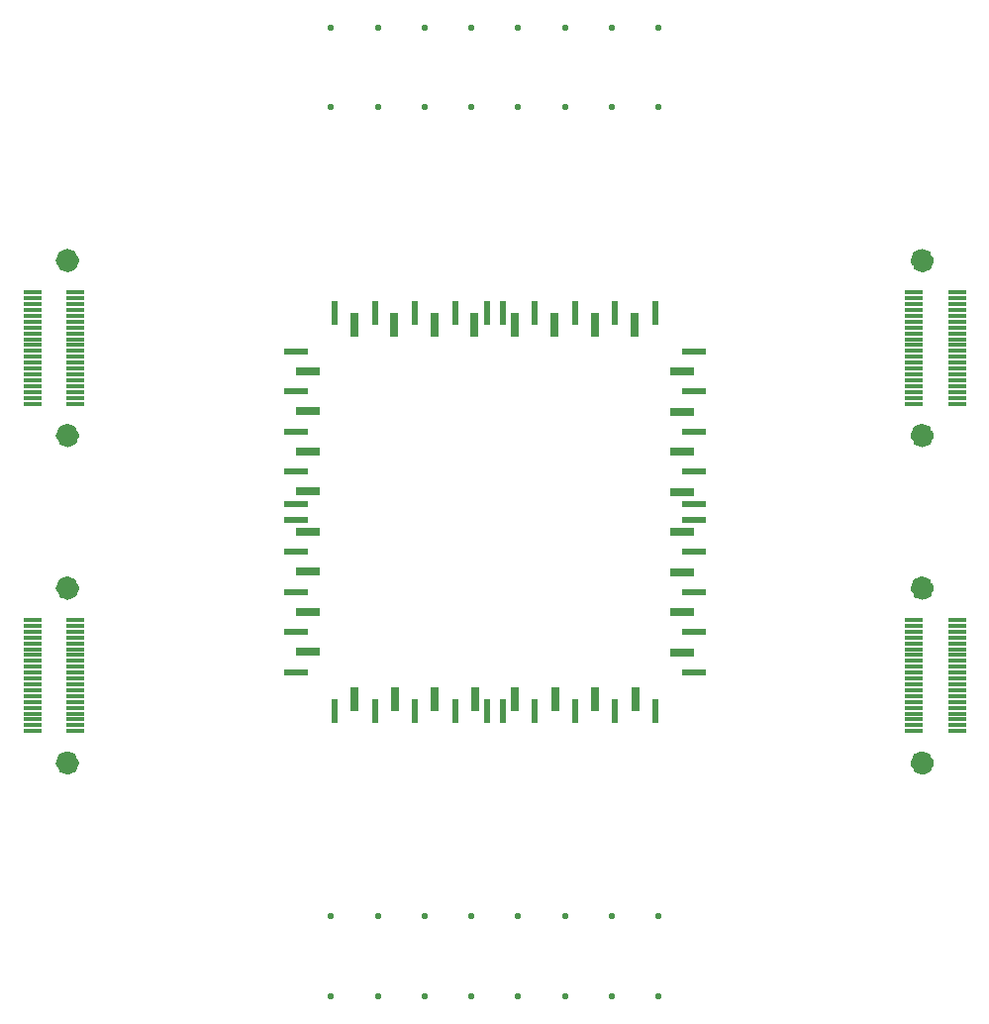
<source format=gbr>
%TF.GenerationSoftware,KiCad,Pcbnew,7.0.2*%
%TF.CreationDate,2023-10-10T18:20:49-06:00*%
%TF.ProjectId,igloo30,69676c6f-6f33-4302-9e6b-696361645f70,rev?*%
%TF.SameCoordinates,Original*%
%TF.FileFunction,Paste,Top*%
%TF.FilePolarity,Positive*%
%FSLAX46Y46*%
G04 Gerber Fmt 4.6, Leading zero omitted, Abs format (unit mm)*
G04 Created by KiCad (PCBNEW 7.0.2) date 2023-10-10 18:20:49*
%MOMM*%
%LPD*%
G01*
G04 APERTURE LIST*
%ADD10C,1.000000*%
%ADD11R,1.500000X0.300000*%
%ADD12R,0.600000X2.000000*%
%ADD13R,2.000000X0.600000*%
%ADD14R,2.000000X0.700000*%
%ADD15R,0.700000X2.000000*%
%ADD16C,0.560000*%
G04 APERTURE END LIST*
D10*
%TO.C,J12*%
X37050000Y-21475000D02*
G75*
G03*
X37050000Y-21475000I-500000J0D01*
G01*
X37050000Y-6525000D02*
G75*
G03*
X37050000Y-6525000I-500000J0D01*
G01*
%TO.C,J11*%
X-36050000Y21475000D02*
G75*
G03*
X-36050000Y21475000I-500000J0D01*
G01*
X-36050000Y6525000D02*
G75*
G03*
X-36050000Y6525000I-500000J0D01*
G01*
%TO.C,J7*%
X37050000Y6525000D02*
G75*
G03*
X37050000Y6525000I-500000J0D01*
G01*
X37050000Y21475000D02*
G75*
G03*
X37050000Y21475000I-500000J0D01*
G01*
%TO.C,J9*%
X-36050000Y-6525000D02*
G75*
G03*
X-36050000Y-6525000I-500000J0D01*
G01*
X-36050000Y-21475000D02*
G75*
G03*
X-36050000Y-21475000I-500000J0D01*
G01*
%TD*%
D11*
%TO.C,J12*%
X39550000Y-9250000D03*
X35850000Y-9250000D03*
X39550000Y-9750000D03*
X35850000Y-9750000D03*
X39550000Y-10250000D03*
X35850000Y-10250000D03*
X39550000Y-10750000D03*
X35850000Y-10750000D03*
X39550000Y-11250000D03*
X35850000Y-11250000D03*
X39550000Y-11750000D03*
X35850000Y-11750000D03*
X39550000Y-12250000D03*
X35850000Y-12250000D03*
X39550000Y-12750000D03*
X35850000Y-12750000D03*
X39550000Y-13250000D03*
X35850000Y-13250000D03*
X39550000Y-13750000D03*
X35850000Y-13750000D03*
X39550000Y-14250000D03*
X35850000Y-14250000D03*
X39550000Y-14750000D03*
X35850000Y-14750000D03*
X39550000Y-15250000D03*
X35850000Y-15250000D03*
X39550000Y-15750000D03*
X35850000Y-15750000D03*
X39550000Y-16250000D03*
X35850000Y-16250000D03*
X39550000Y-16750000D03*
X35850000Y-16750000D03*
X39550000Y-17250000D03*
X35850000Y-17250000D03*
X39550000Y-17750000D03*
X35850000Y-17750000D03*
X39550000Y-18250000D03*
X35850000Y-18250000D03*
X39550000Y-18750000D03*
X35850000Y-18750000D03*
%TD*%
D12*
%TO.C,J10*%
X13698250Y-17000000D03*
X10269250Y-17000000D03*
X6840250Y-17000000D03*
X3411250Y-17000000D03*
X682250Y-17000000D03*
X-682250Y-17000000D03*
X-3411250Y-17000000D03*
X-6840250Y-17000000D03*
X-10269250Y-17000000D03*
X-13698250Y-17000000D03*
%TD*%
D13*
%TO.C,J14*%
X17000000Y13698250D03*
X17000000Y10269250D03*
X17000000Y6840250D03*
X17000000Y3411250D03*
X17000000Y682250D03*
X17000000Y-682250D03*
X17000000Y-3411250D03*
X17000000Y-6840250D03*
X17000000Y-10269250D03*
X17000000Y-13698250D03*
%TD*%
D14*
%TO.C,J1*%
X-16000000Y12035713D03*
X-16000000Y8607142D03*
X-16000000Y5178571D03*
X-16000000Y1750000D03*
X-16000000Y-1678571D03*
X-16000000Y-5107142D03*
X-16000000Y-8535713D03*
X-16000000Y-11964287D03*
%TD*%
D11*
%TO.C,J11*%
X-39550000Y9250000D03*
X-35850000Y9250000D03*
X-39550000Y9750000D03*
X-35850000Y9750000D03*
X-39550000Y10250000D03*
X-35850000Y10250000D03*
X-39550000Y10750000D03*
X-35850000Y10750000D03*
X-39550000Y11250000D03*
X-35850000Y11250000D03*
X-39550000Y11750000D03*
X-35850000Y11750000D03*
X-39550000Y12250000D03*
X-35850000Y12250000D03*
X-39550000Y12750000D03*
X-35850000Y12750000D03*
X-39550000Y13250000D03*
X-35850000Y13250000D03*
X-39550000Y13750000D03*
X-35850000Y13750000D03*
X-39550000Y14250000D03*
X-35850000Y14250000D03*
X-39550000Y14750000D03*
X-35850000Y14750000D03*
X-39550000Y15250000D03*
X-35850000Y15250000D03*
X-39550000Y15750000D03*
X-35850000Y15750000D03*
X-39550000Y16250000D03*
X-35850000Y16250000D03*
X-39550000Y16750000D03*
X-35850000Y16750000D03*
X-39550000Y17250000D03*
X-35850000Y17250000D03*
X-39550000Y17750000D03*
X-35850000Y17750000D03*
X-39550000Y18250000D03*
X-35850000Y18250000D03*
X-39550000Y18750000D03*
X-35850000Y18750000D03*
%TD*%
%TO.C,J7*%
X39550000Y18750000D03*
X35850000Y18750000D03*
X39550000Y18250000D03*
X35850000Y18250000D03*
X39550000Y17750000D03*
X35850000Y17750000D03*
X39550000Y17250000D03*
X35850000Y17250000D03*
X39550000Y16750000D03*
X35850000Y16750000D03*
X39550000Y16250000D03*
X35850000Y16250000D03*
X39550000Y15750000D03*
X35850000Y15750000D03*
X39550000Y15250000D03*
X35850000Y15250000D03*
X39550000Y14750000D03*
X35850000Y14750000D03*
X39550000Y14250000D03*
X35850000Y14250000D03*
X39550000Y13750000D03*
X35850000Y13750000D03*
X39550000Y13250000D03*
X35850000Y13250000D03*
X39550000Y12750000D03*
X35850000Y12750000D03*
X39550000Y12250000D03*
X35850000Y12250000D03*
X39550000Y11750000D03*
X35850000Y11750000D03*
X39550000Y11250000D03*
X35850000Y11250000D03*
X39550000Y10750000D03*
X35850000Y10750000D03*
X39550000Y10250000D03*
X35850000Y10250000D03*
X39550000Y9750000D03*
X35850000Y9750000D03*
X39550000Y9250000D03*
X35850000Y9250000D03*
%TD*%
D15*
%TO.C,J6*%
X12035713Y-16000000D03*
X8607142Y-16000000D03*
X5178571Y-16000000D03*
X1750000Y-16000000D03*
X-1678571Y-16000000D03*
X-5107142Y-16000000D03*
X-8535713Y-16000000D03*
X-11964287Y-16000000D03*
%TD*%
D12*
%TO.C,J8*%
X-13698250Y17000000D03*
X-10269250Y17000000D03*
X-6840250Y17000000D03*
X-3411250Y17000000D03*
X-682250Y17000000D03*
X682250Y17000000D03*
X3411250Y17000000D03*
X6840250Y17000000D03*
X10269250Y17000000D03*
X13698250Y17000000D03*
%TD*%
D15*
%TO.C,J5*%
X-12035713Y16000000D03*
X-8607142Y16000000D03*
X-5178571Y16000000D03*
X-1750000Y16000000D03*
X1678571Y16000000D03*
X5107142Y16000000D03*
X8535713Y16000000D03*
X11964287Y16000000D03*
%TD*%
D14*
%TO.C,J2*%
X16000000Y-12035713D03*
X16000000Y-8607142D03*
X16000000Y-5178571D03*
X16000000Y-1750000D03*
X16000000Y1678571D03*
X16000000Y5107142D03*
X16000000Y8535713D03*
X16000000Y11964287D03*
%TD*%
D16*
%TO.C,J3*%
X-14000000Y41425000D03*
X-10000000Y41425000D03*
X-6000000Y41425000D03*
X-2000000Y41425000D03*
X2000000Y41425000D03*
X6000000Y41425000D03*
X10000000Y41425000D03*
X14000000Y41425000D03*
X-14000000Y34575000D03*
X-10000000Y34575000D03*
X-6000000Y34575000D03*
X-2000000Y34575000D03*
X2000000Y34575000D03*
X6000000Y34575000D03*
X10000000Y34575000D03*
X14000000Y34575000D03*
%TD*%
D11*
%TO.C,J9*%
X-39550000Y-18750000D03*
X-35850000Y-18750000D03*
X-39550000Y-18250000D03*
X-35850000Y-18250000D03*
X-39550000Y-17750000D03*
X-35850000Y-17750000D03*
X-39550000Y-17250000D03*
X-35850000Y-17250000D03*
X-39550000Y-16750000D03*
X-35850000Y-16750000D03*
X-39550000Y-16250000D03*
X-35850000Y-16250000D03*
X-39550000Y-15750000D03*
X-35850000Y-15750000D03*
X-39550000Y-15250000D03*
X-35850000Y-15250000D03*
X-39550000Y-14750000D03*
X-35850000Y-14750000D03*
X-39550000Y-14250000D03*
X-35850000Y-14250000D03*
X-39550000Y-13750000D03*
X-35850000Y-13750000D03*
X-39550000Y-13250000D03*
X-35850000Y-13250000D03*
X-39550000Y-12750000D03*
X-35850000Y-12750000D03*
X-39550000Y-12250000D03*
X-35850000Y-12250000D03*
X-39550000Y-11750000D03*
X-35850000Y-11750000D03*
X-39550000Y-11250000D03*
X-35850000Y-11250000D03*
X-39550000Y-10750000D03*
X-35850000Y-10750000D03*
X-39550000Y-10250000D03*
X-35850000Y-10250000D03*
X-39550000Y-9750000D03*
X-35850000Y-9750000D03*
X-39550000Y-9250000D03*
X-35850000Y-9250000D03*
%TD*%
D16*
%TO.C,J4*%
X14000000Y-41425000D03*
X10000000Y-41425000D03*
X6000000Y-41425000D03*
X2000000Y-41425000D03*
X-2000000Y-41425000D03*
X-6000000Y-41425000D03*
X-10000000Y-41425000D03*
X-14000000Y-41425000D03*
X14000000Y-34575000D03*
X10000000Y-34575000D03*
X6000000Y-34575000D03*
X2000000Y-34575000D03*
X-2000000Y-34575000D03*
X-6000000Y-34575000D03*
X-10000000Y-34575000D03*
X-14000000Y-34575000D03*
%TD*%
D13*
%TO.C,J13*%
X-17000000Y-13698250D03*
X-17000000Y-10269250D03*
X-17000000Y-6840250D03*
X-17000000Y-3411250D03*
X-17000000Y-682250D03*
X-17000000Y682250D03*
X-17000000Y3411250D03*
X-17000000Y6840250D03*
X-17000000Y10269250D03*
X-17000000Y13698250D03*
%TD*%
M02*

</source>
